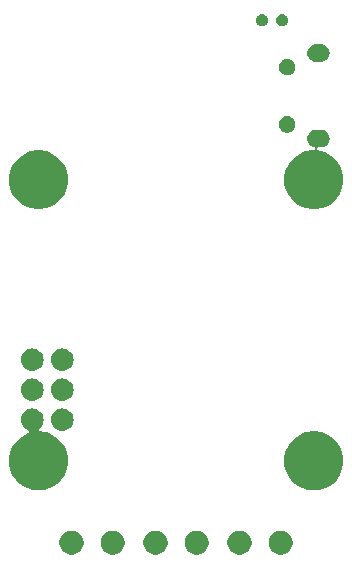
<source format=gbs>
G04 #@! TF.GenerationSoftware,KiCad,Pcbnew,5.0.2-bee76a0~70~ubuntu18.04.1*
G04 #@! TF.CreationDate,2019-04-01T01:37:44+08:00*
G04 #@! TF.ProjectId,TINY-REFLOW-CONTROLLER,54494e59-2d52-4454-964c-4f572d434f4e,rev?*
G04 #@! TF.SameCoordinates,PX8f0d180PY5f5e100*
G04 #@! TF.FileFunction,Soldermask,Bot*
G04 #@! TF.FilePolarity,Negative*
%FSLAX46Y46*%
G04 Gerber Fmt 4.6, Leading zero omitted, Abs format (unit mm)*
G04 Created by KiCad (PCBNEW 5.0.2-bee76a0~70~ubuntu18.04.1) date Mon 01 Apr 2019 01:37:44 AM +08*
%MOMM*%
%LPD*%
G01*
G04 APERTURE LIST*
%ADD10C,0.100000*%
G04 APERTURE END LIST*
D10*
G36*
X16018690Y6572649D02*
X16205045Y6495458D01*
X16372765Y6383391D01*
X16515391Y6240765D01*
X16627458Y6073045D01*
X16704649Y5886690D01*
X16744000Y5688857D01*
X16744000Y5487143D01*
X16704649Y5289310D01*
X16627458Y5102955D01*
X16515391Y4935235D01*
X16372765Y4792609D01*
X16205045Y4680542D01*
X16018690Y4603351D01*
X15820857Y4564000D01*
X15619143Y4564000D01*
X15421310Y4603351D01*
X15234955Y4680542D01*
X15067235Y4792609D01*
X14924609Y4935235D01*
X14812542Y5102955D01*
X14735351Y5289310D01*
X14696000Y5487143D01*
X14696000Y5688857D01*
X14735351Y5886690D01*
X14812542Y6073045D01*
X14924609Y6240765D01*
X15067235Y6383391D01*
X15234955Y6495458D01*
X15421310Y6572649D01*
X15619143Y6612000D01*
X15820857Y6612000D01*
X16018690Y6572649D01*
X16018690Y6572649D01*
G37*
G36*
X12518690Y6572649D02*
X12705045Y6495458D01*
X12872765Y6383391D01*
X13015391Y6240765D01*
X13127458Y6073045D01*
X13204649Y5886690D01*
X13244000Y5688857D01*
X13244000Y5487143D01*
X13204649Y5289310D01*
X13127458Y5102955D01*
X13015391Y4935235D01*
X12872765Y4792609D01*
X12705045Y4680542D01*
X12518690Y4603351D01*
X12320857Y4564000D01*
X12119143Y4564000D01*
X11921310Y4603351D01*
X11734955Y4680542D01*
X11567235Y4792609D01*
X11424609Y4935235D01*
X11312542Y5102955D01*
X11235351Y5289310D01*
X11196000Y5487143D01*
X11196000Y5688857D01*
X11235351Y5886690D01*
X11312542Y6073045D01*
X11424609Y6240765D01*
X11567235Y6383391D01*
X11734955Y6495458D01*
X11921310Y6572649D01*
X12119143Y6612000D01*
X12320857Y6612000D01*
X12518690Y6572649D01*
X12518690Y6572649D01*
G37*
G36*
X8906690Y6572649D02*
X9093045Y6495458D01*
X9260765Y6383391D01*
X9403391Y6240765D01*
X9515458Y6073045D01*
X9592649Y5886690D01*
X9632000Y5688857D01*
X9632000Y5487143D01*
X9592649Y5289310D01*
X9515458Y5102955D01*
X9403391Y4935235D01*
X9260765Y4792609D01*
X9093045Y4680542D01*
X8906690Y4603351D01*
X8708857Y4564000D01*
X8507143Y4564000D01*
X8309310Y4603351D01*
X8122955Y4680542D01*
X7955235Y4792609D01*
X7812609Y4935235D01*
X7700542Y5102955D01*
X7623351Y5289310D01*
X7584000Y5487143D01*
X7584000Y5688857D01*
X7623351Y5886690D01*
X7700542Y6073045D01*
X7812609Y6240765D01*
X7955235Y6383391D01*
X8122955Y6495458D01*
X8309310Y6572649D01*
X8507143Y6612000D01*
X8708857Y6612000D01*
X8906690Y6572649D01*
X8906690Y6572649D01*
G37*
G36*
X5406690Y6572649D02*
X5593045Y6495458D01*
X5760765Y6383391D01*
X5903391Y6240765D01*
X6015458Y6073045D01*
X6092649Y5886690D01*
X6132000Y5688857D01*
X6132000Y5487143D01*
X6092649Y5289310D01*
X6015458Y5102955D01*
X5903391Y4935235D01*
X5760765Y4792609D01*
X5593045Y4680542D01*
X5406690Y4603351D01*
X5208857Y4564000D01*
X5007143Y4564000D01*
X4809310Y4603351D01*
X4622955Y4680542D01*
X4455235Y4792609D01*
X4312609Y4935235D01*
X4200542Y5102955D01*
X4123351Y5289310D01*
X4084000Y5487143D01*
X4084000Y5688857D01*
X4123351Y5886690D01*
X4200542Y6073045D01*
X4312609Y6240765D01*
X4455235Y6383391D01*
X4622955Y6495458D01*
X4809310Y6572649D01*
X5007143Y6612000D01*
X5208857Y6612000D01*
X5406690Y6572649D01*
X5406690Y6572649D01*
G37*
G36*
X23130690Y6572649D02*
X23317045Y6495458D01*
X23484765Y6383391D01*
X23627391Y6240765D01*
X23739458Y6073045D01*
X23816649Y5886690D01*
X23856000Y5688857D01*
X23856000Y5487143D01*
X23816649Y5289310D01*
X23739458Y5102955D01*
X23627391Y4935235D01*
X23484765Y4792609D01*
X23317045Y4680542D01*
X23130690Y4603351D01*
X22932857Y4564000D01*
X22731143Y4564000D01*
X22533310Y4603351D01*
X22346955Y4680542D01*
X22179235Y4792609D01*
X22036609Y4935235D01*
X21924542Y5102955D01*
X21847351Y5289310D01*
X21808000Y5487143D01*
X21808000Y5688857D01*
X21847351Y5886690D01*
X21924542Y6073045D01*
X22036609Y6240765D01*
X22179235Y6383391D01*
X22346955Y6495458D01*
X22533310Y6572649D01*
X22731143Y6612000D01*
X22932857Y6612000D01*
X23130690Y6572649D01*
X23130690Y6572649D01*
G37*
G36*
X19630690Y6572649D02*
X19817045Y6495458D01*
X19984765Y6383391D01*
X20127391Y6240765D01*
X20239458Y6073045D01*
X20316649Y5886690D01*
X20356000Y5688857D01*
X20356000Y5487143D01*
X20316649Y5289310D01*
X20239458Y5102955D01*
X20127391Y4935235D01*
X19984765Y4792609D01*
X19817045Y4680542D01*
X19630690Y4603351D01*
X19432857Y4564000D01*
X19231143Y4564000D01*
X19033310Y4603351D01*
X18846955Y4680542D01*
X18679235Y4792609D01*
X18536609Y4935235D01*
X18424542Y5102955D01*
X18347351Y5289310D01*
X18308000Y5487143D01*
X18308000Y5688857D01*
X18347351Y5886690D01*
X18424542Y6073045D01*
X18536609Y6240765D01*
X18679235Y6383391D01*
X18846955Y6495458D01*
X19033310Y6572649D01*
X19231143Y6612000D01*
X19432857Y6612000D01*
X19630690Y6572649D01*
X19630690Y6572649D01*
G37*
G36*
X1966900Y16951658D02*
X2148536Y16896558D01*
X2315940Y16807079D01*
X2462665Y16686665D01*
X2583079Y16539940D01*
X2672558Y16372536D01*
X2727658Y16190900D01*
X2746262Y16002000D01*
X2727658Y15813100D01*
X2672558Y15631464D01*
X2583079Y15464060D01*
X2462668Y15317338D01*
X2462666Y15317337D01*
X2462665Y15317335D01*
X2382593Y15251622D01*
X2365271Y15234300D01*
X2351657Y15213925D01*
X2342280Y15191286D01*
X2337499Y15167253D01*
X2337499Y15142748D01*
X2342279Y15118715D01*
X2351657Y15096076D01*
X2365270Y15075701D01*
X2382597Y15058374D01*
X2402972Y15044760D01*
X2425611Y15035383D01*
X2449644Y15030602D01*
X2461897Y15030000D01*
X2566230Y15030000D01*
X2798576Y14983783D01*
X3049223Y14933926D01*
X3207663Y14868298D01*
X3504193Y14745472D01*
X3913660Y14471874D01*
X4261874Y14123660D01*
X4535472Y13714193D01*
X4723926Y13259222D01*
X4820000Y12776230D01*
X4820000Y12283770D01*
X4723926Y11800778D01*
X4535472Y11345807D01*
X4261874Y10936340D01*
X3913660Y10588126D01*
X3504193Y10314528D01*
X3237677Y10204134D01*
X3049223Y10126074D01*
X2888225Y10094049D01*
X2566230Y10030000D01*
X2073770Y10030000D01*
X1751775Y10094049D01*
X1590777Y10126074D01*
X1402323Y10204134D01*
X1135807Y10314528D01*
X726340Y10588126D01*
X378126Y10936340D01*
X104528Y11345807D01*
X-83926Y11800778D01*
X-180000Y12283770D01*
X-180000Y12776230D01*
X-83926Y13259222D01*
X104528Y13714193D01*
X378126Y14123660D01*
X726340Y14471874D01*
X1135807Y14745472D01*
X1432337Y14868298D01*
X1453948Y14879849D01*
X1472890Y14895394D01*
X1488436Y14914336D01*
X1499987Y14935947D01*
X1507100Y14959396D01*
X1509502Y14983783D01*
X1507100Y15008169D01*
X1499987Y15031618D01*
X1488436Y15053229D01*
X1472891Y15072171D01*
X1453949Y15087717D01*
X1432338Y15099268D01*
X1420787Y15103401D01*
X1407461Y15107443D01*
X1240060Y15196921D01*
X1093335Y15317335D01*
X972921Y15464060D01*
X883442Y15631464D01*
X828342Y15813100D01*
X809738Y16002000D01*
X828342Y16190900D01*
X883442Y16372536D01*
X972921Y16539940D01*
X1093335Y16686665D01*
X1240060Y16807079D01*
X1407464Y16896558D01*
X1589100Y16951658D01*
X1730662Y16965600D01*
X1825338Y16965600D01*
X1966900Y16951658D01*
X1966900Y16951658D01*
G37*
G36*
X26098576Y14983783D02*
X26349223Y14933926D01*
X26507663Y14868298D01*
X26804193Y14745472D01*
X27213660Y14471874D01*
X27561874Y14123660D01*
X27835472Y13714193D01*
X28023926Y13259222D01*
X28120000Y12776230D01*
X28120000Y12283770D01*
X28023926Y11800778D01*
X27835472Y11345807D01*
X27561874Y10936340D01*
X27213660Y10588126D01*
X26804193Y10314528D01*
X26537677Y10204134D01*
X26349223Y10126074D01*
X26188225Y10094049D01*
X25866230Y10030000D01*
X25373770Y10030000D01*
X25051775Y10094049D01*
X24890777Y10126074D01*
X24702323Y10204134D01*
X24435807Y10314528D01*
X24026340Y10588126D01*
X23678126Y10936340D01*
X23404528Y11345807D01*
X23216074Y11800778D01*
X23120000Y12283770D01*
X23120000Y12776230D01*
X23216074Y13259222D01*
X23404528Y13714193D01*
X23678126Y14123660D01*
X24026340Y14471874D01*
X24435807Y14745472D01*
X24732337Y14868298D01*
X24890777Y14933926D01*
X25141424Y14983783D01*
X25373770Y15030000D01*
X25866230Y15030000D01*
X26098576Y14983783D01*
X26098576Y14983783D01*
G37*
G36*
X4506900Y16951658D02*
X4688536Y16896558D01*
X4855940Y16807079D01*
X5002665Y16686665D01*
X5123079Y16539940D01*
X5212558Y16372536D01*
X5267658Y16190900D01*
X5286262Y16002000D01*
X5267658Y15813100D01*
X5212558Y15631464D01*
X5123079Y15464060D01*
X5002665Y15317335D01*
X4855940Y15196921D01*
X4688536Y15107442D01*
X4506900Y15052342D01*
X4365338Y15038400D01*
X4270662Y15038400D01*
X4129100Y15052342D01*
X3947464Y15107442D01*
X3780060Y15196921D01*
X3633335Y15317335D01*
X3512921Y15464060D01*
X3423442Y15631464D01*
X3368342Y15813100D01*
X3349738Y16002000D01*
X3368342Y16190900D01*
X3423442Y16372536D01*
X3512921Y16539940D01*
X3633335Y16686665D01*
X3780060Y16807079D01*
X3947464Y16896558D01*
X4129100Y16951658D01*
X4270662Y16965600D01*
X4365338Y16965600D01*
X4506900Y16951658D01*
X4506900Y16951658D01*
G37*
G36*
X1966900Y19491658D02*
X2148536Y19436558D01*
X2315940Y19347079D01*
X2462665Y19226665D01*
X2583079Y19079940D01*
X2672558Y18912536D01*
X2727658Y18730900D01*
X2746262Y18542000D01*
X2727658Y18353100D01*
X2672558Y18171464D01*
X2583079Y18004060D01*
X2462665Y17857335D01*
X2315940Y17736921D01*
X2148536Y17647442D01*
X1966900Y17592342D01*
X1825338Y17578400D01*
X1730662Y17578400D01*
X1589100Y17592342D01*
X1407464Y17647442D01*
X1240060Y17736921D01*
X1093335Y17857335D01*
X972921Y18004060D01*
X883442Y18171464D01*
X828342Y18353100D01*
X809738Y18542000D01*
X828342Y18730900D01*
X883442Y18912536D01*
X972921Y19079940D01*
X1093335Y19226665D01*
X1240060Y19347079D01*
X1407464Y19436558D01*
X1589100Y19491658D01*
X1730662Y19505600D01*
X1825338Y19505600D01*
X1966900Y19491658D01*
X1966900Y19491658D01*
G37*
G36*
X4506900Y19491658D02*
X4688536Y19436558D01*
X4855940Y19347079D01*
X5002665Y19226665D01*
X5123079Y19079940D01*
X5212558Y18912536D01*
X5267658Y18730900D01*
X5286262Y18542000D01*
X5267658Y18353100D01*
X5212558Y18171464D01*
X5123079Y18004060D01*
X5002665Y17857335D01*
X4855940Y17736921D01*
X4688536Y17647442D01*
X4506900Y17592342D01*
X4365338Y17578400D01*
X4270662Y17578400D01*
X4129100Y17592342D01*
X3947464Y17647442D01*
X3780060Y17736921D01*
X3633335Y17857335D01*
X3512921Y18004060D01*
X3423442Y18171464D01*
X3368342Y18353100D01*
X3349738Y18542000D01*
X3368342Y18730900D01*
X3423442Y18912536D01*
X3512921Y19079940D01*
X3633335Y19226665D01*
X3780060Y19347079D01*
X3947464Y19436558D01*
X4129100Y19491658D01*
X4270662Y19505600D01*
X4365338Y19505600D01*
X4506900Y19491658D01*
X4506900Y19491658D01*
G37*
G36*
X1966900Y22031658D02*
X2148536Y21976558D01*
X2315940Y21887079D01*
X2462665Y21766665D01*
X2583079Y21619940D01*
X2672558Y21452536D01*
X2727658Y21270900D01*
X2746262Y21082000D01*
X2727658Y20893100D01*
X2672558Y20711464D01*
X2583079Y20544060D01*
X2462665Y20397335D01*
X2315940Y20276921D01*
X2148536Y20187442D01*
X1966900Y20132342D01*
X1825338Y20118400D01*
X1730662Y20118400D01*
X1589100Y20132342D01*
X1407464Y20187442D01*
X1240060Y20276921D01*
X1093335Y20397335D01*
X972921Y20544060D01*
X883442Y20711464D01*
X828342Y20893100D01*
X809738Y21082000D01*
X828342Y21270900D01*
X883442Y21452536D01*
X972921Y21619940D01*
X1093335Y21766665D01*
X1240060Y21887079D01*
X1407464Y21976558D01*
X1589100Y22031658D01*
X1730662Y22045600D01*
X1825338Y22045600D01*
X1966900Y22031658D01*
X1966900Y22031658D01*
G37*
G36*
X4506900Y22031658D02*
X4688536Y21976558D01*
X4855940Y21887079D01*
X5002665Y21766665D01*
X5123079Y21619940D01*
X5212558Y21452536D01*
X5267658Y21270900D01*
X5286262Y21082000D01*
X5267658Y20893100D01*
X5212558Y20711464D01*
X5123079Y20544060D01*
X5002665Y20397335D01*
X4855940Y20276921D01*
X4688536Y20187442D01*
X4506900Y20132342D01*
X4365338Y20118400D01*
X4270662Y20118400D01*
X4129100Y20132342D01*
X3947464Y20187442D01*
X3780060Y20276921D01*
X3633335Y20397335D01*
X3512921Y20544060D01*
X3423442Y20711464D01*
X3368342Y20893100D01*
X3349738Y21082000D01*
X3368342Y21270900D01*
X3423442Y21452536D01*
X3512921Y21619940D01*
X3633335Y21766665D01*
X3780060Y21887079D01*
X3947464Y21976558D01*
X4129100Y22031658D01*
X4270662Y22045600D01*
X4365338Y22045600D01*
X4506900Y22031658D01*
X4506900Y22031658D01*
G37*
G36*
X2888225Y38765951D02*
X3049223Y38733926D01*
X3237677Y38655866D01*
X3504193Y38545472D01*
X3913660Y38271874D01*
X4261874Y37923660D01*
X4535472Y37514193D01*
X4723926Y37059222D01*
X4820000Y36576230D01*
X4820000Y36083770D01*
X4723926Y35600778D01*
X4535472Y35145807D01*
X4261874Y34736340D01*
X3913660Y34388126D01*
X3504193Y34114528D01*
X3237677Y34004134D01*
X3049223Y33926074D01*
X2888225Y33894049D01*
X2566230Y33830000D01*
X2073770Y33830000D01*
X1751775Y33894049D01*
X1590777Y33926074D01*
X1402323Y34004134D01*
X1135807Y34114528D01*
X726340Y34388126D01*
X378126Y34736340D01*
X104528Y35145807D01*
X-83926Y35600778D01*
X-180000Y36083770D01*
X-180000Y36576230D01*
X-83926Y37059222D01*
X104528Y37514193D01*
X378126Y37923660D01*
X726340Y38271874D01*
X1135807Y38545472D01*
X1402323Y38655866D01*
X1590777Y38733926D01*
X1751775Y38765951D01*
X2073770Y38830000D01*
X2566230Y38830000D01*
X2888225Y38765951D01*
X2888225Y38765951D01*
G37*
G36*
X26364027Y40548148D02*
X26505401Y40505262D01*
X26635694Y40435620D01*
X26749896Y40341896D01*
X26843620Y40227694D01*
X26913262Y40097401D01*
X26956148Y39956027D01*
X26970628Y39809000D01*
X26956148Y39661973D01*
X26913262Y39520599D01*
X26843620Y39390306D01*
X26749896Y39276104D01*
X26635694Y39182380D01*
X26505401Y39112738D01*
X26364027Y39069852D01*
X26253839Y39059000D01*
X25984113Y39059000D01*
X25959727Y39056598D01*
X25936278Y39049485D01*
X25914667Y39037934D01*
X25895725Y39022388D01*
X25880179Y39003446D01*
X25868628Y38981835D01*
X25861515Y38958386D01*
X25859113Y38934000D01*
X25861515Y38909614D01*
X25868628Y38886165D01*
X25880179Y38864554D01*
X25895725Y38845612D01*
X25914667Y38830066D01*
X25936278Y38818515D01*
X25959727Y38811402D01*
X26138984Y38775745D01*
X26349223Y38733926D01*
X26537677Y38655866D01*
X26804193Y38545472D01*
X27213660Y38271874D01*
X27561874Y37923660D01*
X27835472Y37514193D01*
X28023926Y37059222D01*
X28120000Y36576230D01*
X28120000Y36083770D01*
X28023926Y35600778D01*
X27835472Y35145807D01*
X27561874Y34736340D01*
X27213660Y34388126D01*
X26804193Y34114528D01*
X26537677Y34004134D01*
X26349223Y33926074D01*
X26188225Y33894049D01*
X25866230Y33830000D01*
X25373770Y33830000D01*
X25051775Y33894049D01*
X24890777Y33926074D01*
X24702323Y34004134D01*
X24435807Y34114528D01*
X24026340Y34388126D01*
X23678126Y34736340D01*
X23404528Y35145807D01*
X23216074Y35600778D01*
X23120000Y36083770D01*
X23120000Y36576230D01*
X23216074Y37059222D01*
X23404528Y37514193D01*
X23678126Y37923660D01*
X24026340Y38271874D01*
X24435807Y38545472D01*
X24702323Y38655866D01*
X24890777Y38733926D01*
X25051775Y38765951D01*
X25373770Y38830000D01*
X25617980Y38830000D01*
X25642366Y38832402D01*
X25665815Y38839515D01*
X25687426Y38851066D01*
X25706368Y38866612D01*
X25721914Y38885554D01*
X25733465Y38907165D01*
X25740578Y38930614D01*
X25742980Y38955000D01*
X25740578Y38979386D01*
X25733465Y39002835D01*
X25721914Y39024446D01*
X25706368Y39043388D01*
X25687426Y39058934D01*
X25654266Y39074617D01*
X25528599Y39112738D01*
X25398306Y39182380D01*
X25284104Y39276104D01*
X25190380Y39390306D01*
X25120738Y39520599D01*
X25077852Y39661973D01*
X25063372Y39809000D01*
X25077852Y39956027D01*
X25120738Y40097401D01*
X25190380Y40227694D01*
X25284104Y40341896D01*
X25398306Y40435620D01*
X25528599Y40505262D01*
X25669973Y40548148D01*
X25780161Y40559000D01*
X26253839Y40559000D01*
X26364027Y40548148D01*
X26364027Y40548148D01*
G37*
G36*
X23571183Y41682100D02*
X23698574Y41629332D01*
X23813225Y41552725D01*
X23910725Y41455225D01*
X23987332Y41340574D01*
X24040100Y41213183D01*
X24067000Y41077945D01*
X24067000Y40940055D01*
X24040100Y40804817D01*
X23987332Y40677426D01*
X23910726Y40562776D01*
X23813224Y40465274D01*
X23698574Y40388668D01*
X23571183Y40335900D01*
X23435945Y40309000D01*
X23298055Y40309000D01*
X23162817Y40335900D01*
X23035426Y40388668D01*
X22920776Y40465274D01*
X22823274Y40562776D01*
X22746668Y40677426D01*
X22693900Y40804817D01*
X22667000Y40940055D01*
X22667000Y41077945D01*
X22693900Y41213183D01*
X22746668Y41340574D01*
X22823275Y41455225D01*
X22920775Y41552725D01*
X23035426Y41629332D01*
X23162817Y41682100D01*
X23298055Y41709000D01*
X23435945Y41709000D01*
X23571183Y41682100D01*
X23571183Y41682100D01*
G37*
G36*
X23571183Y46532100D02*
X23698574Y46479332D01*
X23768842Y46432381D01*
X23813225Y46402725D01*
X23910725Y46305225D01*
X23987332Y46190574D01*
X24040100Y46063183D01*
X24067000Y45927945D01*
X24067000Y45790055D01*
X24040100Y45654817D01*
X23987332Y45527426D01*
X23910725Y45412775D01*
X23813225Y45315275D01*
X23698574Y45238668D01*
X23571183Y45185900D01*
X23435945Y45159000D01*
X23298055Y45159000D01*
X23162817Y45185900D01*
X23035426Y45238668D01*
X22920775Y45315275D01*
X22823275Y45412775D01*
X22746668Y45527426D01*
X22693900Y45654817D01*
X22667000Y45790055D01*
X22667000Y45927945D01*
X22693900Y46063183D01*
X22746668Y46190574D01*
X22823275Y46305225D01*
X22920775Y46402725D01*
X22965159Y46432381D01*
X23035426Y46479332D01*
X23162817Y46532100D01*
X23298055Y46559000D01*
X23435945Y46559000D01*
X23571183Y46532100D01*
X23571183Y46532100D01*
G37*
G36*
X26364027Y47798148D02*
X26505401Y47755262D01*
X26635694Y47685620D01*
X26749896Y47591896D01*
X26843620Y47477694D01*
X26913262Y47347401D01*
X26956148Y47206027D01*
X26970628Y47059000D01*
X26956148Y46911973D01*
X26913262Y46770599D01*
X26843620Y46640306D01*
X26749896Y46526104D01*
X26635694Y46432380D01*
X26505401Y46362738D01*
X26364027Y46319852D01*
X26253839Y46309000D01*
X25780161Y46309000D01*
X25669973Y46319852D01*
X25528599Y46362738D01*
X25398306Y46432380D01*
X25284104Y46526104D01*
X25190380Y46640306D01*
X25120738Y46770599D01*
X25077852Y46911973D01*
X25063372Y47059000D01*
X25077852Y47206027D01*
X25120738Y47347401D01*
X25190380Y47477694D01*
X25284104Y47591896D01*
X25398306Y47685620D01*
X25528599Y47755262D01*
X25669973Y47798148D01*
X25780161Y47809000D01*
X26253839Y47809000D01*
X26364027Y47798148D01*
X26364027Y47798148D01*
G37*
G36*
X21393845Y50318785D02*
X21484839Y50281094D01*
X21565640Y50227104D01*
X21566734Y50226373D01*
X21636373Y50156734D01*
X21691095Y50074837D01*
X21728785Y49983845D01*
X21748000Y49887245D01*
X21748000Y49788755D01*
X21728785Y49692155D01*
X21691095Y49601163D01*
X21636373Y49519266D01*
X21566734Y49449627D01*
X21566731Y49449625D01*
X21484839Y49394906D01*
X21393845Y49357215D01*
X21297246Y49338000D01*
X21198754Y49338000D01*
X21102155Y49357215D01*
X21011161Y49394906D01*
X20929269Y49449625D01*
X20929266Y49449627D01*
X20859627Y49519266D01*
X20804905Y49601163D01*
X20767215Y49692155D01*
X20748000Y49788755D01*
X20748000Y49887245D01*
X20767215Y49983845D01*
X20804905Y50074837D01*
X20859627Y50156734D01*
X20929266Y50226373D01*
X20930360Y50227104D01*
X21011161Y50281094D01*
X21102155Y50318785D01*
X21198754Y50338000D01*
X21297246Y50338000D01*
X21393845Y50318785D01*
X21393845Y50318785D01*
G37*
G36*
X23093845Y50318785D02*
X23184839Y50281094D01*
X23265640Y50227104D01*
X23266734Y50226373D01*
X23336373Y50156734D01*
X23391095Y50074837D01*
X23428785Y49983845D01*
X23448000Y49887245D01*
X23448000Y49788755D01*
X23428785Y49692155D01*
X23391095Y49601163D01*
X23336373Y49519266D01*
X23266734Y49449627D01*
X23266731Y49449625D01*
X23184839Y49394906D01*
X23093845Y49357215D01*
X22997246Y49338000D01*
X22898754Y49338000D01*
X22802155Y49357215D01*
X22711161Y49394906D01*
X22629269Y49449625D01*
X22629266Y49449627D01*
X22559627Y49519266D01*
X22504905Y49601163D01*
X22467215Y49692155D01*
X22448000Y49788755D01*
X22448000Y49887245D01*
X22467215Y49983845D01*
X22504905Y50074837D01*
X22559627Y50156734D01*
X22629266Y50226373D01*
X22630360Y50227104D01*
X22711161Y50281094D01*
X22802155Y50318785D01*
X22898754Y50338000D01*
X22997246Y50338000D01*
X23093845Y50318785D01*
X23093845Y50318785D01*
G37*
M02*

</source>
